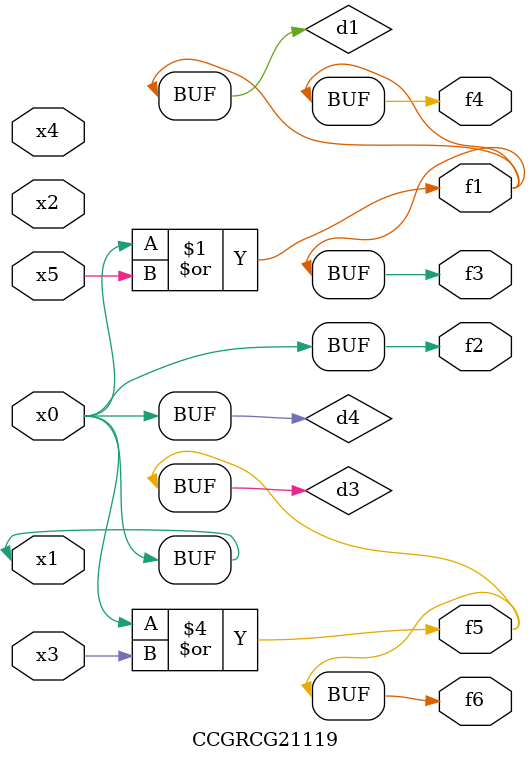
<source format=v>
module CCGRCG21119(
	input x0, x1, x2, x3, x4, x5,
	output f1, f2, f3, f4, f5, f6
);

	wire d1, d2, d3, d4;

	or (d1, x0, x5);
	xnor (d2, x1, x4);
	or (d3, x0, x3);
	buf (d4, x0, x1);
	assign f1 = d1;
	assign f2 = d4;
	assign f3 = d1;
	assign f4 = d1;
	assign f5 = d3;
	assign f6 = d3;
endmodule

</source>
